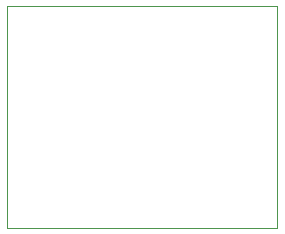
<source format=gm1>
G04 #@! TF.GenerationSoftware,KiCad,Pcbnew,(5.1.8)-1*
G04 #@! TF.CreationDate,2021-04-03T22:15:50+03:00*
G04 #@! TF.ProjectId,sensor,73656e73-6f72-42e6-9b69-6361645f7063,rev?*
G04 #@! TF.SameCoordinates,Original*
G04 #@! TF.FileFunction,Profile,NP*
%FSLAX46Y46*%
G04 Gerber Fmt 4.6, Leading zero omitted, Abs format (unit mm)*
G04 Created by KiCad (PCBNEW (5.1.8)-1) date 2021-04-03 22:15:50*
%MOMM*%
%LPD*%
G01*
G04 APERTURE LIST*
G04 #@! TA.AperFunction,Profile*
%ADD10C,0.100000*%
G04 #@! TD*
G04 APERTURE END LIST*
D10*
X152654000Y-86868000D02*
X129794000Y-86868000D01*
X129794000Y-68072000D02*
X152654000Y-68072000D01*
X129794000Y-86868000D02*
X129794000Y-68072000D01*
X152654000Y-68072000D02*
X152654000Y-86868000D01*
M02*

</source>
